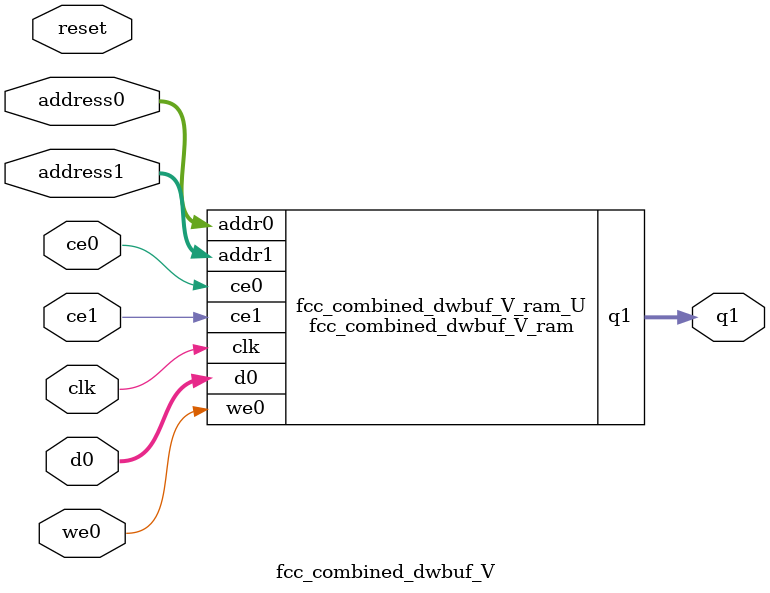
<source format=v>
`timescale 1 ns / 1 ps
module fcc_combined_dwbuf_V_ram (addr0, ce0, d0, we0, addr1, ce1, q1,  clk);

parameter DWIDTH = 16;
parameter AWIDTH = 12;
parameter MEM_SIZE = 2500;

input[AWIDTH-1:0] addr0;
input ce0;
input[DWIDTH-1:0] d0;
input we0;
input[AWIDTH-1:0] addr1;
input ce1;
output reg[DWIDTH-1:0] q1;
input clk;

reg [DWIDTH-1:0] ram[0:MEM_SIZE-1];




always @(posedge clk)  
begin 
    if (ce0) begin
        if (we0) 
            ram[addr0] <= d0; 
    end
end


always @(posedge clk)  
begin 
    if (ce1) begin
        q1 <= ram[addr1];
    end
end


endmodule

`timescale 1 ns / 1 ps
module fcc_combined_dwbuf_V(
    reset,
    clk,
    address0,
    ce0,
    we0,
    d0,
    address1,
    ce1,
    q1);

parameter DataWidth = 32'd16;
parameter AddressRange = 32'd2500;
parameter AddressWidth = 32'd12;
input reset;
input clk;
input[AddressWidth - 1:0] address0;
input ce0;
input we0;
input[DataWidth - 1:0] d0;
input[AddressWidth - 1:0] address1;
input ce1;
output[DataWidth - 1:0] q1;



fcc_combined_dwbuf_V_ram fcc_combined_dwbuf_V_ram_U(
    .clk( clk ),
    .addr0( address0 ),
    .ce0( ce0 ),
    .we0( we0 ),
    .d0( d0 ),
    .addr1( address1 ),
    .ce1( ce1 ),
    .q1( q1 ));

endmodule


</source>
